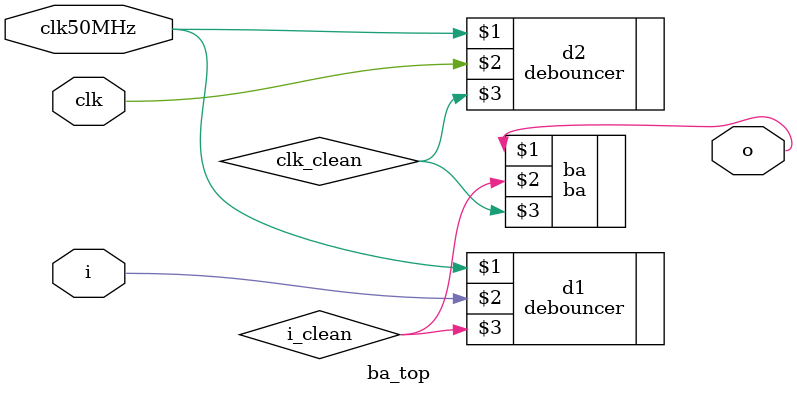
<source format=v>
`timescale 1ns / 1ps

module ba_top(
    output o,           // external found ouput: 0 - not found, 1 - found
    input i,            // external char input: 0 - 'a', 1 - 'b'
    input clk,          // external clock input
    input clk50MHz);    // used for debouncing external inputs

// debounce external i input
debouncer d1(clk50MHz, i, i_clean);
// debounce external clk input
debouncer d2(clk50MHz, clk, clk_clean);

ba ba(o, i_clean, clk_clean);

endmodule

</source>
